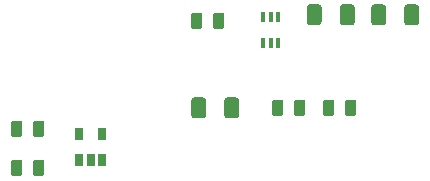
<source format=gbr>
G04 #@! TF.GenerationSoftware,KiCad,Pcbnew,5.1.5+dfsg1-2build2*
G04 #@! TF.CreationDate,2021-06-04T03:42:04+02:00*
G04 #@! TF.ProjectId,circuit8,63697263-7569-4743-982e-6b696361645f,rev?*
G04 #@! TF.SameCoordinates,Original*
G04 #@! TF.FileFunction,Paste,Top*
G04 #@! TF.FilePolarity,Positive*
%FSLAX46Y46*%
G04 Gerber Fmt 4.6, Leading zero omitted, Abs format (unit mm)*
G04 Created by KiCad (PCBNEW 5.1.5+dfsg1-2build2) date 2021-06-04 03:42:04*
%MOMM*%
%LPD*%
G04 APERTURE LIST*
%ADD10C,0.100000*%
%ADD11R,0.400000X0.900000*%
%ADD12R,0.650000X1.060000*%
G04 APERTURE END LIST*
D10*
G36*
X58317504Y-28336204D02*
G01*
X58341773Y-28339804D01*
X58365571Y-28345765D01*
X58388671Y-28354030D01*
X58410849Y-28364520D01*
X58431893Y-28377133D01*
X58451598Y-28391747D01*
X58469777Y-28408223D01*
X58486253Y-28426402D01*
X58500867Y-28446107D01*
X58513480Y-28467151D01*
X58523970Y-28489329D01*
X58532235Y-28512429D01*
X58538196Y-28536227D01*
X58541796Y-28560496D01*
X58543000Y-28585000D01*
X58543000Y-29835000D01*
X58541796Y-29859504D01*
X58538196Y-29883773D01*
X58532235Y-29907571D01*
X58523970Y-29930671D01*
X58513480Y-29952849D01*
X58500867Y-29973893D01*
X58486253Y-29993598D01*
X58469777Y-30011777D01*
X58451598Y-30028253D01*
X58431893Y-30042867D01*
X58410849Y-30055480D01*
X58388671Y-30065970D01*
X58365571Y-30074235D01*
X58341773Y-30080196D01*
X58317504Y-30083796D01*
X58293000Y-30085000D01*
X57543000Y-30085000D01*
X57518496Y-30083796D01*
X57494227Y-30080196D01*
X57470429Y-30074235D01*
X57447329Y-30065970D01*
X57425151Y-30055480D01*
X57404107Y-30042867D01*
X57384402Y-30028253D01*
X57366223Y-30011777D01*
X57349747Y-29993598D01*
X57335133Y-29973893D01*
X57322520Y-29952849D01*
X57312030Y-29930671D01*
X57303765Y-29907571D01*
X57297804Y-29883773D01*
X57294204Y-29859504D01*
X57293000Y-29835000D01*
X57293000Y-28585000D01*
X57294204Y-28560496D01*
X57297804Y-28536227D01*
X57303765Y-28512429D01*
X57312030Y-28489329D01*
X57322520Y-28467151D01*
X57335133Y-28446107D01*
X57349747Y-28426402D01*
X57366223Y-28408223D01*
X57384402Y-28391747D01*
X57404107Y-28377133D01*
X57425151Y-28364520D01*
X57447329Y-28354030D01*
X57470429Y-28345765D01*
X57494227Y-28339804D01*
X57518496Y-28336204D01*
X57543000Y-28335000D01*
X58293000Y-28335000D01*
X58317504Y-28336204D01*
G37*
G36*
X55517504Y-28336204D02*
G01*
X55541773Y-28339804D01*
X55565571Y-28345765D01*
X55588671Y-28354030D01*
X55610849Y-28364520D01*
X55631893Y-28377133D01*
X55651598Y-28391747D01*
X55669777Y-28408223D01*
X55686253Y-28426402D01*
X55700867Y-28446107D01*
X55713480Y-28467151D01*
X55723970Y-28489329D01*
X55732235Y-28512429D01*
X55738196Y-28536227D01*
X55741796Y-28560496D01*
X55743000Y-28585000D01*
X55743000Y-29835000D01*
X55741796Y-29859504D01*
X55738196Y-29883773D01*
X55732235Y-29907571D01*
X55723970Y-29930671D01*
X55713480Y-29952849D01*
X55700867Y-29973893D01*
X55686253Y-29993598D01*
X55669777Y-30011777D01*
X55651598Y-30028253D01*
X55631893Y-30042867D01*
X55610849Y-30055480D01*
X55588671Y-30065970D01*
X55565571Y-30074235D01*
X55541773Y-30080196D01*
X55517504Y-30083796D01*
X55493000Y-30085000D01*
X54743000Y-30085000D01*
X54718496Y-30083796D01*
X54694227Y-30080196D01*
X54670429Y-30074235D01*
X54647329Y-30065970D01*
X54625151Y-30055480D01*
X54604107Y-30042867D01*
X54584402Y-30028253D01*
X54566223Y-30011777D01*
X54549747Y-29993598D01*
X54535133Y-29973893D01*
X54522520Y-29952849D01*
X54512030Y-29930671D01*
X54503765Y-29907571D01*
X54497804Y-29883773D01*
X54494204Y-29859504D01*
X54493000Y-29835000D01*
X54493000Y-28585000D01*
X54494204Y-28560496D01*
X54497804Y-28536227D01*
X54503765Y-28512429D01*
X54512030Y-28489329D01*
X54522520Y-28467151D01*
X54535133Y-28446107D01*
X54549747Y-28426402D01*
X54566223Y-28408223D01*
X54584402Y-28391747D01*
X54604107Y-28377133D01*
X54625151Y-28364520D01*
X54647329Y-28354030D01*
X54670429Y-28345765D01*
X54694227Y-28339804D01*
X54718496Y-28336204D01*
X54743000Y-28335000D01*
X55493000Y-28335000D01*
X55517504Y-28336204D01*
G37*
G36*
X50053504Y-28336204D02*
G01*
X50077773Y-28339804D01*
X50101571Y-28345765D01*
X50124671Y-28354030D01*
X50146849Y-28364520D01*
X50167893Y-28377133D01*
X50187598Y-28391747D01*
X50205777Y-28408223D01*
X50222253Y-28426402D01*
X50236867Y-28446107D01*
X50249480Y-28467151D01*
X50259970Y-28489329D01*
X50268235Y-28512429D01*
X50274196Y-28536227D01*
X50277796Y-28560496D01*
X50279000Y-28585000D01*
X50279000Y-29835000D01*
X50277796Y-29859504D01*
X50274196Y-29883773D01*
X50268235Y-29907571D01*
X50259970Y-29930671D01*
X50249480Y-29952849D01*
X50236867Y-29973893D01*
X50222253Y-29993598D01*
X50205777Y-30011777D01*
X50187598Y-30028253D01*
X50167893Y-30042867D01*
X50146849Y-30055480D01*
X50124671Y-30065970D01*
X50101571Y-30074235D01*
X50077773Y-30080196D01*
X50053504Y-30083796D01*
X50029000Y-30085000D01*
X49279000Y-30085000D01*
X49254496Y-30083796D01*
X49230227Y-30080196D01*
X49206429Y-30074235D01*
X49183329Y-30065970D01*
X49161151Y-30055480D01*
X49140107Y-30042867D01*
X49120402Y-30028253D01*
X49102223Y-30011777D01*
X49085747Y-29993598D01*
X49071133Y-29973893D01*
X49058520Y-29952849D01*
X49048030Y-29930671D01*
X49039765Y-29907571D01*
X49033804Y-29883773D01*
X49030204Y-29859504D01*
X49029000Y-29835000D01*
X49029000Y-28585000D01*
X49030204Y-28560496D01*
X49033804Y-28536227D01*
X49039765Y-28512429D01*
X49048030Y-28489329D01*
X49058520Y-28467151D01*
X49071133Y-28446107D01*
X49085747Y-28426402D01*
X49102223Y-28408223D01*
X49120402Y-28391747D01*
X49140107Y-28377133D01*
X49161151Y-28364520D01*
X49183329Y-28354030D01*
X49206429Y-28345765D01*
X49230227Y-28339804D01*
X49254496Y-28336204D01*
X49279000Y-28335000D01*
X50029000Y-28335000D01*
X50053504Y-28336204D01*
G37*
G36*
X52853504Y-28336204D02*
G01*
X52877773Y-28339804D01*
X52901571Y-28345765D01*
X52924671Y-28354030D01*
X52946849Y-28364520D01*
X52967893Y-28377133D01*
X52987598Y-28391747D01*
X53005777Y-28408223D01*
X53022253Y-28426402D01*
X53036867Y-28446107D01*
X53049480Y-28467151D01*
X53059970Y-28489329D01*
X53068235Y-28512429D01*
X53074196Y-28536227D01*
X53077796Y-28560496D01*
X53079000Y-28585000D01*
X53079000Y-29835000D01*
X53077796Y-29859504D01*
X53074196Y-29883773D01*
X53068235Y-29907571D01*
X53059970Y-29930671D01*
X53049480Y-29952849D01*
X53036867Y-29973893D01*
X53022253Y-29993598D01*
X53005777Y-30011777D01*
X52987598Y-30028253D01*
X52967893Y-30042867D01*
X52946849Y-30055480D01*
X52924671Y-30065970D01*
X52901571Y-30074235D01*
X52877773Y-30080196D01*
X52853504Y-30083796D01*
X52829000Y-30085000D01*
X52079000Y-30085000D01*
X52054496Y-30083796D01*
X52030227Y-30080196D01*
X52006429Y-30074235D01*
X51983329Y-30065970D01*
X51961151Y-30055480D01*
X51940107Y-30042867D01*
X51920402Y-30028253D01*
X51902223Y-30011777D01*
X51885747Y-29993598D01*
X51871133Y-29973893D01*
X51858520Y-29952849D01*
X51848030Y-29930671D01*
X51839765Y-29907571D01*
X51833804Y-29883773D01*
X51830204Y-29859504D01*
X51829000Y-29835000D01*
X51829000Y-28585000D01*
X51830204Y-28560496D01*
X51833804Y-28536227D01*
X51839765Y-28512429D01*
X51848030Y-28489329D01*
X51858520Y-28467151D01*
X51871133Y-28446107D01*
X51885747Y-28426402D01*
X51902223Y-28408223D01*
X51920402Y-28391747D01*
X51940107Y-28377133D01*
X51961151Y-28364520D01*
X51983329Y-28354030D01*
X52006429Y-28345765D01*
X52030227Y-28339804D01*
X52054496Y-28336204D01*
X52079000Y-28335000D01*
X52829000Y-28335000D01*
X52853504Y-28336204D01*
G37*
G36*
X40277504Y-36210204D02*
G01*
X40301773Y-36213804D01*
X40325571Y-36219765D01*
X40348671Y-36228030D01*
X40370849Y-36238520D01*
X40391893Y-36251133D01*
X40411598Y-36265747D01*
X40429777Y-36282223D01*
X40446253Y-36300402D01*
X40460867Y-36320107D01*
X40473480Y-36341151D01*
X40483970Y-36363329D01*
X40492235Y-36386429D01*
X40498196Y-36410227D01*
X40501796Y-36434496D01*
X40503000Y-36459000D01*
X40503000Y-37709000D01*
X40501796Y-37733504D01*
X40498196Y-37757773D01*
X40492235Y-37781571D01*
X40483970Y-37804671D01*
X40473480Y-37826849D01*
X40460867Y-37847893D01*
X40446253Y-37867598D01*
X40429777Y-37885777D01*
X40411598Y-37902253D01*
X40391893Y-37916867D01*
X40370849Y-37929480D01*
X40348671Y-37939970D01*
X40325571Y-37948235D01*
X40301773Y-37954196D01*
X40277504Y-37957796D01*
X40253000Y-37959000D01*
X39503000Y-37959000D01*
X39478496Y-37957796D01*
X39454227Y-37954196D01*
X39430429Y-37948235D01*
X39407329Y-37939970D01*
X39385151Y-37929480D01*
X39364107Y-37916867D01*
X39344402Y-37902253D01*
X39326223Y-37885777D01*
X39309747Y-37867598D01*
X39295133Y-37847893D01*
X39282520Y-37826849D01*
X39272030Y-37804671D01*
X39263765Y-37781571D01*
X39257804Y-37757773D01*
X39254204Y-37733504D01*
X39253000Y-37709000D01*
X39253000Y-36459000D01*
X39254204Y-36434496D01*
X39257804Y-36410227D01*
X39263765Y-36386429D01*
X39272030Y-36363329D01*
X39282520Y-36341151D01*
X39295133Y-36320107D01*
X39309747Y-36300402D01*
X39326223Y-36282223D01*
X39344402Y-36265747D01*
X39364107Y-36251133D01*
X39385151Y-36238520D01*
X39407329Y-36228030D01*
X39430429Y-36219765D01*
X39454227Y-36213804D01*
X39478496Y-36210204D01*
X39503000Y-36209000D01*
X40253000Y-36209000D01*
X40277504Y-36210204D01*
G37*
G36*
X43077504Y-36210204D02*
G01*
X43101773Y-36213804D01*
X43125571Y-36219765D01*
X43148671Y-36228030D01*
X43170849Y-36238520D01*
X43191893Y-36251133D01*
X43211598Y-36265747D01*
X43229777Y-36282223D01*
X43246253Y-36300402D01*
X43260867Y-36320107D01*
X43273480Y-36341151D01*
X43283970Y-36363329D01*
X43292235Y-36386429D01*
X43298196Y-36410227D01*
X43301796Y-36434496D01*
X43303000Y-36459000D01*
X43303000Y-37709000D01*
X43301796Y-37733504D01*
X43298196Y-37757773D01*
X43292235Y-37781571D01*
X43283970Y-37804671D01*
X43273480Y-37826849D01*
X43260867Y-37847893D01*
X43246253Y-37867598D01*
X43229777Y-37885777D01*
X43211598Y-37902253D01*
X43191893Y-37916867D01*
X43170849Y-37929480D01*
X43148671Y-37939970D01*
X43125571Y-37948235D01*
X43101773Y-37954196D01*
X43077504Y-37957796D01*
X43053000Y-37959000D01*
X42303000Y-37959000D01*
X42278496Y-37957796D01*
X42254227Y-37954196D01*
X42230429Y-37948235D01*
X42207329Y-37939970D01*
X42185151Y-37929480D01*
X42164107Y-37916867D01*
X42144402Y-37902253D01*
X42126223Y-37885777D01*
X42109747Y-37867598D01*
X42095133Y-37847893D01*
X42082520Y-37826849D01*
X42072030Y-37804671D01*
X42063765Y-37781571D01*
X42057804Y-37757773D01*
X42054204Y-37733504D01*
X42053000Y-37709000D01*
X42053000Y-36459000D01*
X42054204Y-36434496D01*
X42057804Y-36410227D01*
X42063765Y-36386429D01*
X42072030Y-36363329D01*
X42082520Y-36341151D01*
X42095133Y-36320107D01*
X42109747Y-36300402D01*
X42126223Y-36282223D01*
X42144402Y-36265747D01*
X42164107Y-36251133D01*
X42185151Y-36238520D01*
X42207329Y-36228030D01*
X42230429Y-36219765D01*
X42254227Y-36213804D01*
X42278496Y-36210204D01*
X42303000Y-36209000D01*
X43053000Y-36209000D01*
X43077504Y-36210204D01*
G37*
G36*
X41845142Y-29019174D02*
G01*
X41868803Y-29022684D01*
X41892007Y-29028496D01*
X41914529Y-29036554D01*
X41936153Y-29046782D01*
X41956670Y-29059079D01*
X41975883Y-29073329D01*
X41993607Y-29089393D01*
X42009671Y-29107117D01*
X42023921Y-29126330D01*
X42036218Y-29146847D01*
X42046446Y-29168471D01*
X42054504Y-29190993D01*
X42060316Y-29214197D01*
X42063826Y-29237858D01*
X42065000Y-29261750D01*
X42065000Y-30174250D01*
X42063826Y-30198142D01*
X42060316Y-30221803D01*
X42054504Y-30245007D01*
X42046446Y-30267529D01*
X42036218Y-30289153D01*
X42023921Y-30309670D01*
X42009671Y-30328883D01*
X41993607Y-30346607D01*
X41975883Y-30362671D01*
X41956670Y-30376921D01*
X41936153Y-30389218D01*
X41914529Y-30399446D01*
X41892007Y-30407504D01*
X41868803Y-30413316D01*
X41845142Y-30416826D01*
X41821250Y-30418000D01*
X41333750Y-30418000D01*
X41309858Y-30416826D01*
X41286197Y-30413316D01*
X41262993Y-30407504D01*
X41240471Y-30399446D01*
X41218847Y-30389218D01*
X41198330Y-30376921D01*
X41179117Y-30362671D01*
X41161393Y-30346607D01*
X41145329Y-30328883D01*
X41131079Y-30309670D01*
X41118782Y-30289153D01*
X41108554Y-30267529D01*
X41100496Y-30245007D01*
X41094684Y-30221803D01*
X41091174Y-30198142D01*
X41090000Y-30174250D01*
X41090000Y-29261750D01*
X41091174Y-29237858D01*
X41094684Y-29214197D01*
X41100496Y-29190993D01*
X41108554Y-29168471D01*
X41118782Y-29146847D01*
X41131079Y-29126330D01*
X41145329Y-29107117D01*
X41161393Y-29089393D01*
X41179117Y-29073329D01*
X41198330Y-29059079D01*
X41218847Y-29046782D01*
X41240471Y-29036554D01*
X41262993Y-29028496D01*
X41286197Y-29022684D01*
X41309858Y-29019174D01*
X41333750Y-29018000D01*
X41821250Y-29018000D01*
X41845142Y-29019174D01*
G37*
G36*
X39970142Y-29019174D02*
G01*
X39993803Y-29022684D01*
X40017007Y-29028496D01*
X40039529Y-29036554D01*
X40061153Y-29046782D01*
X40081670Y-29059079D01*
X40100883Y-29073329D01*
X40118607Y-29089393D01*
X40134671Y-29107117D01*
X40148921Y-29126330D01*
X40161218Y-29146847D01*
X40171446Y-29168471D01*
X40179504Y-29190993D01*
X40185316Y-29214197D01*
X40188826Y-29237858D01*
X40190000Y-29261750D01*
X40190000Y-30174250D01*
X40188826Y-30198142D01*
X40185316Y-30221803D01*
X40179504Y-30245007D01*
X40171446Y-30267529D01*
X40161218Y-30289153D01*
X40148921Y-30309670D01*
X40134671Y-30328883D01*
X40118607Y-30346607D01*
X40100883Y-30362671D01*
X40081670Y-30376921D01*
X40061153Y-30389218D01*
X40039529Y-30399446D01*
X40017007Y-30407504D01*
X39993803Y-30413316D01*
X39970142Y-30416826D01*
X39946250Y-30418000D01*
X39458750Y-30418000D01*
X39434858Y-30416826D01*
X39411197Y-30413316D01*
X39387993Y-30407504D01*
X39365471Y-30399446D01*
X39343847Y-30389218D01*
X39323330Y-30376921D01*
X39304117Y-30362671D01*
X39286393Y-30346607D01*
X39270329Y-30328883D01*
X39256079Y-30309670D01*
X39243782Y-30289153D01*
X39233554Y-30267529D01*
X39225496Y-30245007D01*
X39219684Y-30221803D01*
X39216174Y-30198142D01*
X39215000Y-30174250D01*
X39215000Y-29261750D01*
X39216174Y-29237858D01*
X39219684Y-29214197D01*
X39225496Y-29190993D01*
X39233554Y-29168471D01*
X39243782Y-29146847D01*
X39256079Y-29126330D01*
X39270329Y-29107117D01*
X39286393Y-29089393D01*
X39304117Y-29073329D01*
X39323330Y-29059079D01*
X39343847Y-29046782D01*
X39365471Y-29036554D01*
X39387993Y-29028496D01*
X39411197Y-29022684D01*
X39434858Y-29019174D01*
X39458750Y-29018000D01*
X39946250Y-29018000D01*
X39970142Y-29019174D01*
G37*
G36*
X53021142Y-36385174D02*
G01*
X53044803Y-36388684D01*
X53068007Y-36394496D01*
X53090529Y-36402554D01*
X53112153Y-36412782D01*
X53132670Y-36425079D01*
X53151883Y-36439329D01*
X53169607Y-36455393D01*
X53185671Y-36473117D01*
X53199921Y-36492330D01*
X53212218Y-36512847D01*
X53222446Y-36534471D01*
X53230504Y-36556993D01*
X53236316Y-36580197D01*
X53239826Y-36603858D01*
X53241000Y-36627750D01*
X53241000Y-37540250D01*
X53239826Y-37564142D01*
X53236316Y-37587803D01*
X53230504Y-37611007D01*
X53222446Y-37633529D01*
X53212218Y-37655153D01*
X53199921Y-37675670D01*
X53185671Y-37694883D01*
X53169607Y-37712607D01*
X53151883Y-37728671D01*
X53132670Y-37742921D01*
X53112153Y-37755218D01*
X53090529Y-37765446D01*
X53068007Y-37773504D01*
X53044803Y-37779316D01*
X53021142Y-37782826D01*
X52997250Y-37784000D01*
X52509750Y-37784000D01*
X52485858Y-37782826D01*
X52462197Y-37779316D01*
X52438993Y-37773504D01*
X52416471Y-37765446D01*
X52394847Y-37755218D01*
X52374330Y-37742921D01*
X52355117Y-37728671D01*
X52337393Y-37712607D01*
X52321329Y-37694883D01*
X52307079Y-37675670D01*
X52294782Y-37655153D01*
X52284554Y-37633529D01*
X52276496Y-37611007D01*
X52270684Y-37587803D01*
X52267174Y-37564142D01*
X52266000Y-37540250D01*
X52266000Y-36627750D01*
X52267174Y-36603858D01*
X52270684Y-36580197D01*
X52276496Y-36556993D01*
X52284554Y-36534471D01*
X52294782Y-36512847D01*
X52307079Y-36492330D01*
X52321329Y-36473117D01*
X52337393Y-36455393D01*
X52355117Y-36439329D01*
X52374330Y-36425079D01*
X52394847Y-36412782D01*
X52416471Y-36402554D01*
X52438993Y-36394496D01*
X52462197Y-36388684D01*
X52485858Y-36385174D01*
X52509750Y-36384000D01*
X52997250Y-36384000D01*
X53021142Y-36385174D01*
G37*
G36*
X51146142Y-36385174D02*
G01*
X51169803Y-36388684D01*
X51193007Y-36394496D01*
X51215529Y-36402554D01*
X51237153Y-36412782D01*
X51257670Y-36425079D01*
X51276883Y-36439329D01*
X51294607Y-36455393D01*
X51310671Y-36473117D01*
X51324921Y-36492330D01*
X51337218Y-36512847D01*
X51347446Y-36534471D01*
X51355504Y-36556993D01*
X51361316Y-36580197D01*
X51364826Y-36603858D01*
X51366000Y-36627750D01*
X51366000Y-37540250D01*
X51364826Y-37564142D01*
X51361316Y-37587803D01*
X51355504Y-37611007D01*
X51347446Y-37633529D01*
X51337218Y-37655153D01*
X51324921Y-37675670D01*
X51310671Y-37694883D01*
X51294607Y-37712607D01*
X51276883Y-37728671D01*
X51257670Y-37742921D01*
X51237153Y-37755218D01*
X51215529Y-37765446D01*
X51193007Y-37773504D01*
X51169803Y-37779316D01*
X51146142Y-37782826D01*
X51122250Y-37784000D01*
X50634750Y-37784000D01*
X50610858Y-37782826D01*
X50587197Y-37779316D01*
X50563993Y-37773504D01*
X50541471Y-37765446D01*
X50519847Y-37755218D01*
X50499330Y-37742921D01*
X50480117Y-37728671D01*
X50462393Y-37712607D01*
X50446329Y-37694883D01*
X50432079Y-37675670D01*
X50419782Y-37655153D01*
X50409554Y-37633529D01*
X50401496Y-37611007D01*
X50395684Y-37587803D01*
X50392174Y-37564142D01*
X50391000Y-37540250D01*
X50391000Y-36627750D01*
X50392174Y-36603858D01*
X50395684Y-36580197D01*
X50401496Y-36556993D01*
X50409554Y-36534471D01*
X50419782Y-36512847D01*
X50432079Y-36492330D01*
X50446329Y-36473117D01*
X50462393Y-36455393D01*
X50480117Y-36439329D01*
X50499330Y-36425079D01*
X50519847Y-36412782D01*
X50541471Y-36402554D01*
X50563993Y-36394496D01*
X50587197Y-36388684D01*
X50610858Y-36385174D01*
X50634750Y-36384000D01*
X51122250Y-36384000D01*
X51146142Y-36385174D01*
G37*
G36*
X46828142Y-36385174D02*
G01*
X46851803Y-36388684D01*
X46875007Y-36394496D01*
X46897529Y-36402554D01*
X46919153Y-36412782D01*
X46939670Y-36425079D01*
X46958883Y-36439329D01*
X46976607Y-36455393D01*
X46992671Y-36473117D01*
X47006921Y-36492330D01*
X47019218Y-36512847D01*
X47029446Y-36534471D01*
X47037504Y-36556993D01*
X47043316Y-36580197D01*
X47046826Y-36603858D01*
X47048000Y-36627750D01*
X47048000Y-37540250D01*
X47046826Y-37564142D01*
X47043316Y-37587803D01*
X47037504Y-37611007D01*
X47029446Y-37633529D01*
X47019218Y-37655153D01*
X47006921Y-37675670D01*
X46992671Y-37694883D01*
X46976607Y-37712607D01*
X46958883Y-37728671D01*
X46939670Y-37742921D01*
X46919153Y-37755218D01*
X46897529Y-37765446D01*
X46875007Y-37773504D01*
X46851803Y-37779316D01*
X46828142Y-37782826D01*
X46804250Y-37784000D01*
X46316750Y-37784000D01*
X46292858Y-37782826D01*
X46269197Y-37779316D01*
X46245993Y-37773504D01*
X46223471Y-37765446D01*
X46201847Y-37755218D01*
X46181330Y-37742921D01*
X46162117Y-37728671D01*
X46144393Y-37712607D01*
X46128329Y-37694883D01*
X46114079Y-37675670D01*
X46101782Y-37655153D01*
X46091554Y-37633529D01*
X46083496Y-37611007D01*
X46077684Y-37587803D01*
X46074174Y-37564142D01*
X46073000Y-37540250D01*
X46073000Y-36627750D01*
X46074174Y-36603858D01*
X46077684Y-36580197D01*
X46083496Y-36556993D01*
X46091554Y-36534471D01*
X46101782Y-36512847D01*
X46114079Y-36492330D01*
X46128329Y-36473117D01*
X46144393Y-36455393D01*
X46162117Y-36439329D01*
X46181330Y-36425079D01*
X46201847Y-36412782D01*
X46223471Y-36402554D01*
X46245993Y-36394496D01*
X46269197Y-36388684D01*
X46292858Y-36385174D01*
X46316750Y-36384000D01*
X46804250Y-36384000D01*
X46828142Y-36385174D01*
G37*
G36*
X48703142Y-36385174D02*
G01*
X48726803Y-36388684D01*
X48750007Y-36394496D01*
X48772529Y-36402554D01*
X48794153Y-36412782D01*
X48814670Y-36425079D01*
X48833883Y-36439329D01*
X48851607Y-36455393D01*
X48867671Y-36473117D01*
X48881921Y-36492330D01*
X48894218Y-36512847D01*
X48904446Y-36534471D01*
X48912504Y-36556993D01*
X48918316Y-36580197D01*
X48921826Y-36603858D01*
X48923000Y-36627750D01*
X48923000Y-37540250D01*
X48921826Y-37564142D01*
X48918316Y-37587803D01*
X48912504Y-37611007D01*
X48904446Y-37633529D01*
X48894218Y-37655153D01*
X48881921Y-37675670D01*
X48867671Y-37694883D01*
X48851607Y-37712607D01*
X48833883Y-37728671D01*
X48814670Y-37742921D01*
X48794153Y-37755218D01*
X48772529Y-37765446D01*
X48750007Y-37773504D01*
X48726803Y-37779316D01*
X48703142Y-37782826D01*
X48679250Y-37784000D01*
X48191750Y-37784000D01*
X48167858Y-37782826D01*
X48144197Y-37779316D01*
X48120993Y-37773504D01*
X48098471Y-37765446D01*
X48076847Y-37755218D01*
X48056330Y-37742921D01*
X48037117Y-37728671D01*
X48019393Y-37712607D01*
X48003329Y-37694883D01*
X47989079Y-37675670D01*
X47976782Y-37655153D01*
X47966554Y-37633529D01*
X47958496Y-37611007D01*
X47952684Y-37587803D01*
X47949174Y-37564142D01*
X47948000Y-37540250D01*
X47948000Y-36627750D01*
X47949174Y-36603858D01*
X47952684Y-36580197D01*
X47958496Y-36556993D01*
X47966554Y-36534471D01*
X47976782Y-36512847D01*
X47989079Y-36492330D01*
X48003329Y-36473117D01*
X48019393Y-36455393D01*
X48037117Y-36439329D01*
X48056330Y-36425079D01*
X48076847Y-36412782D01*
X48098471Y-36402554D01*
X48120993Y-36394496D01*
X48144197Y-36388684D01*
X48167858Y-36385174D01*
X48191750Y-36384000D01*
X48679250Y-36384000D01*
X48703142Y-36385174D01*
G37*
G36*
X24730142Y-38163174D02*
G01*
X24753803Y-38166684D01*
X24777007Y-38172496D01*
X24799529Y-38180554D01*
X24821153Y-38190782D01*
X24841670Y-38203079D01*
X24860883Y-38217329D01*
X24878607Y-38233393D01*
X24894671Y-38251117D01*
X24908921Y-38270330D01*
X24921218Y-38290847D01*
X24931446Y-38312471D01*
X24939504Y-38334993D01*
X24945316Y-38358197D01*
X24948826Y-38381858D01*
X24950000Y-38405750D01*
X24950000Y-39318250D01*
X24948826Y-39342142D01*
X24945316Y-39365803D01*
X24939504Y-39389007D01*
X24931446Y-39411529D01*
X24921218Y-39433153D01*
X24908921Y-39453670D01*
X24894671Y-39472883D01*
X24878607Y-39490607D01*
X24860883Y-39506671D01*
X24841670Y-39520921D01*
X24821153Y-39533218D01*
X24799529Y-39543446D01*
X24777007Y-39551504D01*
X24753803Y-39557316D01*
X24730142Y-39560826D01*
X24706250Y-39562000D01*
X24218750Y-39562000D01*
X24194858Y-39560826D01*
X24171197Y-39557316D01*
X24147993Y-39551504D01*
X24125471Y-39543446D01*
X24103847Y-39533218D01*
X24083330Y-39520921D01*
X24064117Y-39506671D01*
X24046393Y-39490607D01*
X24030329Y-39472883D01*
X24016079Y-39453670D01*
X24003782Y-39433153D01*
X23993554Y-39411529D01*
X23985496Y-39389007D01*
X23979684Y-39365803D01*
X23976174Y-39342142D01*
X23975000Y-39318250D01*
X23975000Y-38405750D01*
X23976174Y-38381858D01*
X23979684Y-38358197D01*
X23985496Y-38334993D01*
X23993554Y-38312471D01*
X24003782Y-38290847D01*
X24016079Y-38270330D01*
X24030329Y-38251117D01*
X24046393Y-38233393D01*
X24064117Y-38217329D01*
X24083330Y-38203079D01*
X24103847Y-38190782D01*
X24125471Y-38180554D01*
X24147993Y-38172496D01*
X24171197Y-38166684D01*
X24194858Y-38163174D01*
X24218750Y-38162000D01*
X24706250Y-38162000D01*
X24730142Y-38163174D01*
G37*
G36*
X26605142Y-38163174D02*
G01*
X26628803Y-38166684D01*
X26652007Y-38172496D01*
X26674529Y-38180554D01*
X26696153Y-38190782D01*
X26716670Y-38203079D01*
X26735883Y-38217329D01*
X26753607Y-38233393D01*
X26769671Y-38251117D01*
X26783921Y-38270330D01*
X26796218Y-38290847D01*
X26806446Y-38312471D01*
X26814504Y-38334993D01*
X26820316Y-38358197D01*
X26823826Y-38381858D01*
X26825000Y-38405750D01*
X26825000Y-39318250D01*
X26823826Y-39342142D01*
X26820316Y-39365803D01*
X26814504Y-39389007D01*
X26806446Y-39411529D01*
X26796218Y-39433153D01*
X26783921Y-39453670D01*
X26769671Y-39472883D01*
X26753607Y-39490607D01*
X26735883Y-39506671D01*
X26716670Y-39520921D01*
X26696153Y-39533218D01*
X26674529Y-39543446D01*
X26652007Y-39551504D01*
X26628803Y-39557316D01*
X26605142Y-39560826D01*
X26581250Y-39562000D01*
X26093750Y-39562000D01*
X26069858Y-39560826D01*
X26046197Y-39557316D01*
X26022993Y-39551504D01*
X26000471Y-39543446D01*
X25978847Y-39533218D01*
X25958330Y-39520921D01*
X25939117Y-39506671D01*
X25921393Y-39490607D01*
X25905329Y-39472883D01*
X25891079Y-39453670D01*
X25878782Y-39433153D01*
X25868554Y-39411529D01*
X25860496Y-39389007D01*
X25854684Y-39365803D01*
X25851174Y-39342142D01*
X25850000Y-39318250D01*
X25850000Y-38405750D01*
X25851174Y-38381858D01*
X25854684Y-38358197D01*
X25860496Y-38334993D01*
X25868554Y-38312471D01*
X25878782Y-38290847D01*
X25891079Y-38270330D01*
X25905329Y-38251117D01*
X25921393Y-38233393D01*
X25939117Y-38217329D01*
X25958330Y-38203079D01*
X25978847Y-38190782D01*
X26000471Y-38180554D01*
X26022993Y-38172496D01*
X26046197Y-38166684D01*
X26069858Y-38163174D01*
X26093750Y-38162000D01*
X26581250Y-38162000D01*
X26605142Y-38163174D01*
G37*
G36*
X26605142Y-41465174D02*
G01*
X26628803Y-41468684D01*
X26652007Y-41474496D01*
X26674529Y-41482554D01*
X26696153Y-41492782D01*
X26716670Y-41505079D01*
X26735883Y-41519329D01*
X26753607Y-41535393D01*
X26769671Y-41553117D01*
X26783921Y-41572330D01*
X26796218Y-41592847D01*
X26806446Y-41614471D01*
X26814504Y-41636993D01*
X26820316Y-41660197D01*
X26823826Y-41683858D01*
X26825000Y-41707750D01*
X26825000Y-42620250D01*
X26823826Y-42644142D01*
X26820316Y-42667803D01*
X26814504Y-42691007D01*
X26806446Y-42713529D01*
X26796218Y-42735153D01*
X26783921Y-42755670D01*
X26769671Y-42774883D01*
X26753607Y-42792607D01*
X26735883Y-42808671D01*
X26716670Y-42822921D01*
X26696153Y-42835218D01*
X26674529Y-42845446D01*
X26652007Y-42853504D01*
X26628803Y-42859316D01*
X26605142Y-42862826D01*
X26581250Y-42864000D01*
X26093750Y-42864000D01*
X26069858Y-42862826D01*
X26046197Y-42859316D01*
X26022993Y-42853504D01*
X26000471Y-42845446D01*
X25978847Y-42835218D01*
X25958330Y-42822921D01*
X25939117Y-42808671D01*
X25921393Y-42792607D01*
X25905329Y-42774883D01*
X25891079Y-42755670D01*
X25878782Y-42735153D01*
X25868554Y-42713529D01*
X25860496Y-42691007D01*
X25854684Y-42667803D01*
X25851174Y-42644142D01*
X25850000Y-42620250D01*
X25850000Y-41707750D01*
X25851174Y-41683858D01*
X25854684Y-41660197D01*
X25860496Y-41636993D01*
X25868554Y-41614471D01*
X25878782Y-41592847D01*
X25891079Y-41572330D01*
X25905329Y-41553117D01*
X25921393Y-41535393D01*
X25939117Y-41519329D01*
X25958330Y-41505079D01*
X25978847Y-41492782D01*
X26000471Y-41482554D01*
X26022993Y-41474496D01*
X26046197Y-41468684D01*
X26069858Y-41465174D01*
X26093750Y-41464000D01*
X26581250Y-41464000D01*
X26605142Y-41465174D01*
G37*
G36*
X24730142Y-41465174D02*
G01*
X24753803Y-41468684D01*
X24777007Y-41474496D01*
X24799529Y-41482554D01*
X24821153Y-41492782D01*
X24841670Y-41505079D01*
X24860883Y-41519329D01*
X24878607Y-41535393D01*
X24894671Y-41553117D01*
X24908921Y-41572330D01*
X24921218Y-41592847D01*
X24931446Y-41614471D01*
X24939504Y-41636993D01*
X24945316Y-41660197D01*
X24948826Y-41683858D01*
X24950000Y-41707750D01*
X24950000Y-42620250D01*
X24948826Y-42644142D01*
X24945316Y-42667803D01*
X24939504Y-42691007D01*
X24931446Y-42713529D01*
X24921218Y-42735153D01*
X24908921Y-42755670D01*
X24894671Y-42774883D01*
X24878607Y-42792607D01*
X24860883Y-42808671D01*
X24841670Y-42822921D01*
X24821153Y-42835218D01*
X24799529Y-42845446D01*
X24777007Y-42853504D01*
X24753803Y-42859316D01*
X24730142Y-42862826D01*
X24706250Y-42864000D01*
X24218750Y-42864000D01*
X24194858Y-42862826D01*
X24171197Y-42859316D01*
X24147993Y-42853504D01*
X24125471Y-42845446D01*
X24103847Y-42835218D01*
X24083330Y-42822921D01*
X24064117Y-42808671D01*
X24046393Y-42792607D01*
X24030329Y-42774883D01*
X24016079Y-42755670D01*
X24003782Y-42735153D01*
X23993554Y-42713529D01*
X23985496Y-42691007D01*
X23979684Y-42667803D01*
X23976174Y-42644142D01*
X23975000Y-42620250D01*
X23975000Y-41707750D01*
X23976174Y-41683858D01*
X23979684Y-41660197D01*
X23985496Y-41636993D01*
X23993554Y-41614471D01*
X24003782Y-41592847D01*
X24016079Y-41572330D01*
X24030329Y-41553117D01*
X24046393Y-41535393D01*
X24064117Y-41519329D01*
X24083330Y-41505079D01*
X24103847Y-41492782D01*
X24125471Y-41482554D01*
X24147993Y-41474496D01*
X24171197Y-41468684D01*
X24194858Y-41465174D01*
X24218750Y-41464000D01*
X24706250Y-41464000D01*
X24730142Y-41465174D01*
G37*
D11*
X46624000Y-29380000D03*
X45324000Y-29380000D03*
X45974000Y-31580000D03*
X45974000Y-29380000D03*
X45324000Y-31580000D03*
X46624000Y-31580000D03*
D12*
X29784000Y-41486000D03*
X30734000Y-41486000D03*
X31684000Y-41486000D03*
X31684000Y-39286000D03*
X29784000Y-39286000D03*
M02*

</source>
